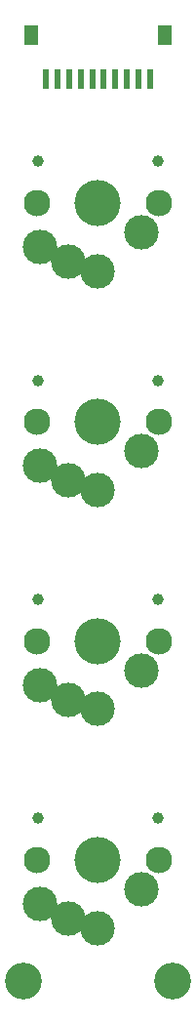
<source format=gts>
G04 #@! TF.GenerationSoftware,KiCad,Pcbnew,7.0.8*
G04 #@! TF.CreationDate,2023-12-05T05:15:25-08:00*
G04 #@! TF.ProjectId,Seismos_4-Key,53656973-6d6f-4735-9f34-2d4b65792e6b,rev?*
G04 #@! TF.SameCoordinates,Original*
G04 #@! TF.FileFunction,Soldermask,Top*
G04 #@! TF.FilePolarity,Negative*
%FSLAX46Y46*%
G04 Gerber Fmt 4.6, Leading zero omitted, Abs format (unit mm)*
G04 Created by KiCad (PCBNEW 7.0.8) date 2023-12-05 05:15:25*
%MOMM*%
%LPD*%
G01*
G04 APERTURE LIST*
%ADD10R,0.600000X1.700000*%
%ADD11R,1.200000X1.800000*%
%ADD12C,3.200000*%
%ADD13C,2.300000*%
%ADD14C,1.000000*%
%ADD15C,3.000000*%
%ADD16C,4.000000*%
G04 APERTURE END LIST*
D10*
X51500000Y-30286000D03*
X50500000Y-30286000D03*
X49500000Y-30285000D03*
X48500000Y-30285000D03*
X47500000Y-30285000D03*
X46500000Y-30285000D03*
X45500000Y-30285000D03*
X44500000Y-30285000D03*
X43500000Y-30285000D03*
X42500000Y-30285000D03*
D11*
X52800000Y-26410000D03*
X41200000Y-26410000D03*
D12*
X53500000Y-108500000D03*
X40500000Y-108500000D03*
D13*
X52300000Y-60000000D03*
D14*
X52220000Y-56384200D03*
D15*
X50810000Y-62540000D03*
X47000000Y-65900000D03*
D16*
X47000000Y-60000000D03*
D15*
X44460000Y-65080000D03*
X42000000Y-63800000D03*
D14*
X41780000Y-56384200D03*
D13*
X41700000Y-60000000D03*
X52300000Y-41000000D03*
D14*
X52220000Y-37384200D03*
D15*
X50810000Y-43540000D03*
X47000000Y-46900000D03*
D16*
X47000000Y-41000000D03*
D15*
X44460000Y-46080000D03*
X42000000Y-44800000D03*
D14*
X41780000Y-37384200D03*
D13*
X41700000Y-41000000D03*
X52300000Y-79000000D03*
D14*
X52220000Y-75384200D03*
D15*
X50810000Y-81540000D03*
X47000000Y-84900000D03*
D16*
X47000000Y-79000000D03*
D15*
X44460000Y-84080000D03*
X42000000Y-82800000D03*
D14*
X41780000Y-75384200D03*
D13*
X41700000Y-79000000D03*
X52300000Y-98000000D03*
D14*
X52220000Y-94384200D03*
D15*
X50810000Y-100540000D03*
X47000000Y-103900000D03*
D16*
X47000000Y-98000000D03*
D15*
X44460000Y-103080000D03*
X42000000Y-101800000D03*
D14*
X41780000Y-94384200D03*
D13*
X41700000Y-98000000D03*
M02*

</source>
